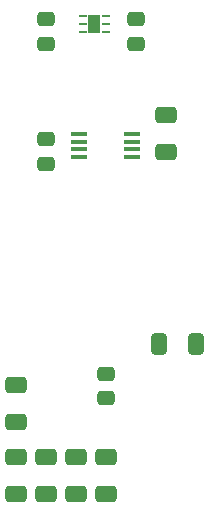
<source format=gbr>
%TF.GenerationSoftware,KiCad,Pcbnew,7.0.9-7.0.9~ubuntu22.04.1*%
%TF.CreationDate,2023-12-11T18:25:33-06:00*%
%TF.ProjectId,ultrasonic_microphone,756c7472-6173-46f6-9e69-635f6d696372,rev?*%
%TF.SameCoordinates,Original*%
%TF.FileFunction,Paste,Bot*%
%TF.FilePolarity,Positive*%
%FSLAX46Y46*%
G04 Gerber Fmt 4.6, Leading zero omitted, Abs format (unit mm)*
G04 Created by KiCad (PCBNEW 7.0.9-7.0.9~ubuntu22.04.1) date 2023-12-11 18:25:33*
%MOMM*%
%LPD*%
G01*
G04 APERTURE LIST*
G04 Aperture macros list*
%AMRoundRect*
0 Rectangle with rounded corners*
0 $1 Rounding radius*
0 $2 $3 $4 $5 $6 $7 $8 $9 X,Y pos of 4 corners*
0 Add a 4 corners polygon primitive as box body*
4,1,4,$2,$3,$4,$5,$6,$7,$8,$9,$2,$3,0*
0 Add four circle primitives for the rounded corners*
1,1,$1+$1,$2,$3*
1,1,$1+$1,$4,$5*
1,1,$1+$1,$6,$7*
1,1,$1+$1,$8,$9*
0 Add four rect primitives between the rounded corners*
20,1,$1+$1,$2,$3,$4,$5,0*
20,1,$1+$1,$4,$5,$6,$7,0*
20,1,$1+$1,$6,$7,$8,$9,0*
20,1,$1+$1,$8,$9,$2,$3,0*%
G04 Aperture macros list end*
%ADD10R,1.358900X0.431800*%
%ADD11R,0.654800X0.249200*%
%ADD12R,1.000000X1.600000*%
%ADD13RoundRect,0.250000X-0.650000X0.412500X-0.650000X-0.412500X0.650000X-0.412500X0.650000X0.412500X0*%
%ADD14RoundRect,0.250000X0.475000X-0.337500X0.475000X0.337500X-0.475000X0.337500X-0.475000X-0.337500X0*%
%ADD15RoundRect,0.250000X-0.475000X0.337500X-0.475000X-0.337500X0.475000X-0.337500X0.475000X0.337500X0*%
%ADD16RoundRect,0.250000X-0.412500X-0.650000X0.412500X-0.650000X0.412500X0.650000X-0.412500X0.650000X0*%
G04 APERTURE END LIST*
D10*
%TO.C,U3*%
X144468850Y-45720000D03*
X144468850Y-46369998D03*
X144468850Y-47020000D03*
X144468850Y-47669998D03*
X140011150Y-47669998D03*
X140011150Y-47020000D03*
X140011150Y-46369998D03*
X140011150Y-45720000D03*
%TD*%
D11*
%TO.C,U4*%
X142240000Y-35762502D03*
X142240000Y-36412501D03*
X142240000Y-37062500D03*
X140285200Y-37062500D03*
X140285200Y-36412501D03*
X140285200Y-35762502D03*
D12*
X141262600Y-36412501D03*
%TD*%
D13*
%TO.C,C6*%
X139700000Y-73075000D03*
X139700000Y-76200000D03*
%TD*%
D14*
%TO.C,R5*%
X142240000Y-68115000D03*
X142240000Y-66040000D03*
%TD*%
D15*
%TO.C,C12*%
X144780000Y-36025000D03*
X144780000Y-38100000D03*
%TD*%
D13*
%TO.C,C10*%
X134620000Y-73075000D03*
X134620000Y-76200000D03*
%TD*%
D15*
%TO.C,C5*%
X137160000Y-46185000D03*
X137160000Y-48260000D03*
%TD*%
D13*
%TO.C,C7*%
X142240000Y-73075000D03*
X142240000Y-76200000D03*
%TD*%
D14*
%TO.C,C16*%
X137160000Y-38100000D03*
X137160000Y-36025000D03*
%TD*%
D16*
%TO.C,C11*%
X146735000Y-63500000D03*
X149860000Y-63500000D03*
%TD*%
D13*
%TO.C,C8*%
X134620000Y-67017500D03*
X134620000Y-70142500D03*
%TD*%
%TO.C,C1*%
X147320000Y-44157500D03*
X147320000Y-47282500D03*
%TD*%
%TO.C,C9*%
X137160000Y-73075000D03*
X137160000Y-76200000D03*
%TD*%
M02*

</source>
